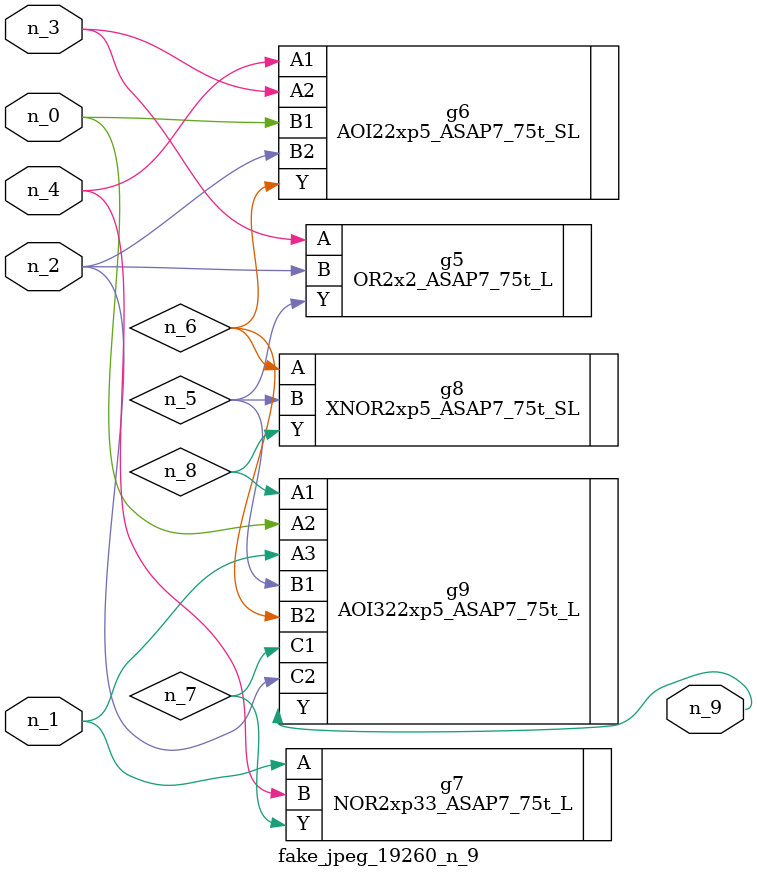
<source format=v>
module fake_jpeg_19260_n_9 (n_3, n_2, n_1, n_0, n_4, n_9);

input n_3;
input n_2;
input n_1;
input n_0;
input n_4;

output n_9;

wire n_8;
wire n_6;
wire n_5;
wire n_7;

OR2x2_ASAP7_75t_L g5 ( 
.A(n_3),
.B(n_2),
.Y(n_5)
);

AOI22xp5_ASAP7_75t_SL g6 ( 
.A1(n_4),
.A2(n_3),
.B1(n_0),
.B2(n_2),
.Y(n_6)
);

NOR2xp33_ASAP7_75t_L g7 ( 
.A(n_1),
.B(n_4),
.Y(n_7)
);

XNOR2xp5_ASAP7_75t_SL g8 ( 
.A(n_6),
.B(n_5),
.Y(n_8)
);

AOI322xp5_ASAP7_75t_L g9 ( 
.A1(n_8),
.A2(n_0),
.A3(n_1),
.B1(n_5),
.B2(n_6),
.C1(n_7),
.C2(n_2),
.Y(n_9)
);


endmodule
</source>
